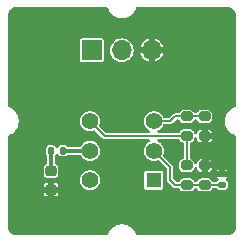
<source format=gbr>
%TF.GenerationSoftware,KiCad,Pcbnew,6.0.7+dfsg-1~bpo11+1*%
%TF.CreationDate,2022-09-24T09:45:49+00:00*%
%TF.ProjectId,0101-PUSH,30313031-2d50-4555-9348-2e6b69636164,V1.1*%
%TF.SameCoordinates,Original*%
%TF.FileFunction,Copper,L1,Top*%
%TF.FilePolarity,Positive*%
%FSLAX46Y46*%
G04 Gerber Fmt 4.6, Leading zero omitted, Abs format (unit mm)*
G04 Created by KiCad (PCBNEW 6.0.7+dfsg-1~bpo11+1) date 2022-09-24 09:45:49*
%MOMM*%
%LPD*%
G01*
G04 APERTURE LIST*
G04 Aperture macros list*
%AMRoundRect*
0 Rectangle with rounded corners*
0 $1 Rounding radius*
0 $2 $3 $4 $5 $6 $7 $8 $9 X,Y pos of 4 corners*
0 Add a 4 corners polygon primitive as box body*
4,1,4,$2,$3,$4,$5,$6,$7,$8,$9,$2,$3,0*
0 Add four circle primitives for the rounded corners*
1,1,$1+$1,$2,$3*
1,1,$1+$1,$4,$5*
1,1,$1+$1,$6,$7*
1,1,$1+$1,$8,$9*
0 Add four rect primitives between the rounded corners*
20,1,$1+$1,$2,$3,$4,$5,0*
20,1,$1+$1,$4,$5,$6,$7,0*
20,1,$1+$1,$6,$7,$8,$9,0*
20,1,$1+$1,$8,$9,$2,$3,0*%
G04 Aperture macros list end*
%TA.AperFunction,SMDPad,CuDef*%
%ADD10RoundRect,0.140000X0.170000X-0.140000X0.170000X0.140000X-0.170000X0.140000X-0.170000X-0.140000X0*%
%TD*%
%TA.AperFunction,SMDPad,CuDef*%
%ADD11RoundRect,0.218750X0.256250X-0.218750X0.256250X0.218750X-0.256250X0.218750X-0.256250X-0.218750X0*%
%TD*%
%TA.AperFunction,ComponentPad*%
%ADD12R,1.700000X1.700000*%
%TD*%
%TA.AperFunction,ComponentPad*%
%ADD13O,1.700000X1.700000*%
%TD*%
%TA.AperFunction,SMDPad,CuDef*%
%ADD14RoundRect,0.200000X-0.275000X0.200000X-0.275000X-0.200000X0.275000X-0.200000X0.275000X0.200000X0*%
%TD*%
%TA.AperFunction,SMDPad,CuDef*%
%ADD15RoundRect,0.200000X0.275000X-0.200000X0.275000X0.200000X-0.275000X0.200000X-0.275000X-0.200000X0*%
%TD*%
%TA.AperFunction,SMDPad,CuDef*%
%ADD16RoundRect,0.135000X-0.135000X-0.185000X0.135000X-0.185000X0.135000X0.185000X-0.135000X0.185000X0*%
%TD*%
%TA.AperFunction,ComponentPad*%
%ADD17R,1.300000X1.300000*%
%TD*%
%TA.AperFunction,ComponentPad*%
%ADD18C,1.400000*%
%TD*%
%TA.AperFunction,ViaPad*%
%ADD19C,0.500000*%
%TD*%
%TA.AperFunction,Conductor*%
%ADD20C,0.200000*%
%TD*%
%TA.AperFunction,Conductor*%
%ADD21C,0.350000*%
%TD*%
G04 APERTURE END LIST*
D10*
%TO.P,C1,1*%
%TO.N,/KEY*%
X18300000Y4400000D03*
%TO.P,C1,2*%
%TO.N,GND*%
X18300000Y5360000D03*
%TD*%
D11*
%TO.P,D1,1,K*%
%TO.N,GND*%
X3800000Y4012500D03*
%TO.P,D1,2,A*%
%TO.N,Net-(D1-Pad2)*%
X3800000Y5587500D03*
%TD*%
D12*
%TO.P,J1,1,Pin_1*%
%TO.N,VCC*%
X7260000Y15800000D03*
D13*
%TO.P,J1,2,Pin_2*%
%TO.N,/KEY*%
X9800000Y15800000D03*
%TO.P,J1,3,Pin_3*%
%TO.N,GND*%
X12340000Y15800000D03*
%TD*%
D14*
%TO.P,R1,1*%
%TO.N,VCC*%
X15300000Y6050000D03*
%TO.P,R1,2*%
%TO.N,/KEY*%
X15300000Y4400000D03*
%TD*%
D15*
%TO.P,R2,1*%
%TO.N,/KEY*%
X16800000Y4400000D03*
%TO.P,R2,2*%
%TO.N,GND*%
X16800000Y6050000D03*
%TD*%
%TO.P,R3,1*%
%TO.N,VCC*%
X15300000Y8550000D03*
%TO.P,R3,2*%
%TO.N,Net-(R3-Pad2)*%
X15300000Y10200000D03*
%TD*%
D14*
%TO.P,R4,1*%
%TO.N,Net-(R3-Pad2)*%
X16800000Y10200000D03*
%TO.P,R4,2*%
%TO.N,GND*%
X16800000Y8550000D03*
%TD*%
D16*
%TO.P,R5,1*%
%TO.N,Net-(D1-Pad2)*%
X3800000Y7300000D03*
%TO.P,R5,2*%
%TO.N,Net-(R5-Pad2)*%
X4820000Y7300000D03*
%TD*%
D17*
%TO.P,SW1,1,A*%
%TO.N,unconnected-(SW1-Pad1)*%
X12500000Y4800000D03*
D18*
%TO.P,SW1,2,B*%
%TO.N,/KEY*%
X12500000Y7300000D03*
%TO.P,SW1,3,C*%
%TO.N,Net-(R3-Pad2)*%
X12500000Y9800000D03*
%TO.P,SW1,4,A*%
%TO.N,unconnected-(SW1-Pad4)*%
X7100000Y4800000D03*
%TO.P,SW1,5,B*%
%TO.N,Net-(R5-Pad2)*%
X7100000Y7300000D03*
%TO.P,SW1,6,C*%
%TO.N,VCC*%
X7100000Y9800000D03*
%TD*%
D19*
%TO.N,GND*%
X18300000Y6300000D03*
X14400000Y9400000D03*
X17800000Y16800000D03*
X14400000Y7300000D03*
X8800000Y9800000D03*
X10300000Y7300000D03*
X18300000Y8300000D03*
X8800000Y10800000D03*
X1800000Y14300000D03*
X10800000Y10800000D03*
X11800000Y18300000D03*
X16800000Y1800000D03*
X2800000Y15300000D03*
X18300000Y7300000D03*
X17800000Y17800000D03*
X6800000Y18300000D03*
X2800000Y14300000D03*
X9300000Y7300000D03*
X3300000Y2800000D03*
X16800000Y17800000D03*
X4300000Y2800000D03*
X7800000Y18300000D03*
X17800000Y1800000D03*
X16800000Y16800000D03*
X1800000Y15300000D03*
X12800000Y18300000D03*
%TD*%
D20*
%TO.N,/KEY*%
X13900000Y5900000D02*
X12500000Y7300000D01*
X14300000Y4400000D02*
X13900000Y4800000D01*
X13900000Y4800000D02*
X13900000Y5900000D01*
X18300000Y4400000D02*
X14300000Y4400000D01*
D21*
%TO.N,Net-(D1-Pad2)*%
X3800000Y7300000D02*
X3800000Y5587500D01*
%TO.N,VCC*%
X7100000Y15140000D02*
X7260000Y15300000D01*
D20*
X8350000Y8550000D02*
X7100000Y9800000D01*
X15300000Y8550000D02*
X8350000Y8550000D01*
X15300000Y6050000D02*
X15300000Y8550000D01*
%TO.N,Net-(R3-Pad2)*%
X14300000Y10200000D02*
X13900000Y9800000D01*
X13900000Y9800000D02*
X12500000Y9800000D01*
X16800000Y10200000D02*
X14300000Y10200000D01*
D21*
%TO.N,Net-(R5-Pad2)*%
X4820000Y7300000D02*
X7100000Y7300000D01*
%TD*%
%TA.AperFunction,Conductor*%
%TO.N,GND*%
G36*
X8553332Y19429498D02*
G01*
X8599825Y19375842D01*
X8601115Y19372667D01*
X8601476Y19371320D01*
X8687324Y19181795D01*
X8690190Y19177505D01*
X8746090Y19093828D01*
X8802901Y19008786D01*
X8945119Y18856918D01*
X9110178Y18730247D01*
X9293668Y18632159D01*
X9298545Y18630503D01*
X9298548Y18630502D01*
X9485802Y18566931D01*
X9490686Y18565273D01*
X9695969Y18531377D01*
X9904031Y18531377D01*
X10109314Y18565273D01*
X10114198Y18566931D01*
X10301452Y18630502D01*
X10301455Y18630503D01*
X10306332Y18632159D01*
X10489822Y18730247D01*
X10654881Y18856918D01*
X10797099Y19008786D01*
X10853911Y19093828D01*
X10909810Y19177505D01*
X10912676Y19181795D01*
X10963341Y19293646D01*
X10998524Y19371320D01*
X10999686Y19370793D01*
X11037922Y19423337D01*
X11104100Y19449046D01*
X11114789Y19449500D01*
X18763598Y19449500D01*
X18771315Y19448484D01*
X18783978Y19448484D01*
X18800000Y19444191D01*
X18813583Y19447830D01*
X18816043Y19447692D01*
X18930420Y19434805D01*
X18957928Y19428526D01*
X19068407Y19389868D01*
X19093820Y19377631D01*
X19192943Y19315349D01*
X19214998Y19297759D01*
X19297759Y19214998D01*
X19315349Y19192943D01*
X19377631Y19093820D01*
X19389868Y19068407D01*
X19428526Y18957928D01*
X19434805Y18930420D01*
X19447692Y18816043D01*
X19447830Y18813583D01*
X19444191Y18800000D01*
X19448484Y18783978D01*
X19448484Y18771315D01*
X19449500Y18763598D01*
X19449501Y14903449D01*
X19449501Y11114788D01*
X19429499Y11046667D01*
X19375843Y11000174D01*
X19372663Y10998882D01*
X19371322Y10998523D01*
X19181796Y10912676D01*
X19177506Y10909810D01*
X19013075Y10799964D01*
X19013071Y10799961D01*
X19008787Y10797099D01*
X18856919Y10654881D01*
X18730248Y10489822D01*
X18632160Y10306332D01*
X18630504Y10301455D01*
X18630503Y10301452D01*
X18576219Y10141554D01*
X18565274Y10109314D01*
X18531378Y9904031D01*
X18531378Y9695969D01*
X18565274Y9490686D01*
X18566932Y9485803D01*
X18566932Y9485802D01*
X18607161Y9367306D01*
X18632160Y9293668D01*
X18730248Y9110178D01*
X18856919Y8945119D01*
X19008787Y8802901D01*
X19013071Y8800039D01*
X19013075Y8800036D01*
X19124135Y8725844D01*
X19181796Y8687324D01*
X19186495Y8685196D01*
X19186496Y8685195D01*
X19371322Y8601477D01*
X19370794Y8600312D01*
X19423333Y8562085D01*
X19449046Y8495908D01*
X19449501Y8485212D01*
X19449500Y4660406D01*
X19449500Y836402D01*
X19448484Y828685D01*
X19448484Y816022D01*
X19444191Y800000D01*
X19447830Y786417D01*
X19447692Y783957D01*
X19434805Y669580D01*
X19428526Y642072D01*
X19389868Y531593D01*
X19377631Y506180D01*
X19315349Y407057D01*
X19297759Y385002D01*
X19214998Y302241D01*
X19192943Y284651D01*
X19093820Y222369D01*
X19068407Y210132D01*
X18957928Y171474D01*
X18930420Y165195D01*
X18816043Y152308D01*
X18813583Y152170D01*
X18800000Y155809D01*
X18783978Y151516D01*
X18771315Y151516D01*
X18763598Y150500D01*
X11114789Y150500D01*
X11046668Y170502D01*
X11000175Y224158D01*
X10998885Y227333D01*
X10998524Y228680D01*
X10912676Y418205D01*
X10888477Y454429D01*
X10799964Y586926D01*
X10799961Y586930D01*
X10797099Y591214D01*
X10654881Y743082D01*
X10489822Y869753D01*
X10306332Y967841D01*
X10301455Y969497D01*
X10301452Y969498D01*
X10114198Y1033069D01*
X10114197Y1033069D01*
X10109314Y1034727D01*
X9904031Y1068623D01*
X9695969Y1068623D01*
X9490686Y1034727D01*
X9485803Y1033069D01*
X9485802Y1033069D01*
X9298548Y969498D01*
X9298545Y969497D01*
X9293668Y967841D01*
X9110178Y869753D01*
X8945119Y743082D01*
X8802901Y591214D01*
X8800039Y586930D01*
X8800036Y586926D01*
X8711523Y454429D01*
X8687324Y418205D01*
X8685195Y413505D01*
X8685194Y413503D01*
X8634796Y302241D01*
X8601476Y228680D01*
X8600314Y229207D01*
X8562078Y176663D01*
X8495900Y150954D01*
X8485211Y150500D01*
X836402Y150500D01*
X828685Y151516D01*
X816022Y151516D01*
X800000Y155809D01*
X786417Y152170D01*
X783957Y152308D01*
X669580Y165195D01*
X642072Y171474D01*
X531593Y210132D01*
X506180Y222369D01*
X407057Y284651D01*
X385002Y302241D01*
X302241Y385002D01*
X284651Y407057D01*
X222369Y506180D01*
X210132Y531593D01*
X171474Y642072D01*
X165195Y669580D01*
X152308Y783957D01*
X152170Y786417D01*
X155809Y800000D01*
X151516Y816022D01*
X151516Y828685D01*
X150500Y836402D01*
X150500Y3740473D01*
X3177698Y3740473D01*
X3184243Y3696006D01*
X3189984Y3677532D01*
X3235182Y3585475D01*
X3247147Y3568763D01*
X3319282Y3496754D01*
X3336011Y3484820D01*
X3428162Y3439776D01*
X3446623Y3434070D01*
X3504271Y3425660D01*
X3513371Y3425000D01*
X3527885Y3425000D01*
X3543124Y3429475D01*
X3544329Y3430865D01*
X3546000Y3438548D01*
X3546000Y3443115D01*
X4054000Y3443115D01*
X4058475Y3427876D01*
X4059865Y3426671D01*
X4067548Y3425000D01*
X4086596Y3425000D01*
X4095756Y3425670D01*
X4153994Y3434243D01*
X4172468Y3439984D01*
X4264525Y3485182D01*
X4281237Y3497147D01*
X4353246Y3569282D01*
X4365180Y3586011D01*
X4410223Y3678160D01*
X4415930Y3696624D01*
X4422342Y3740575D01*
X4420370Y3754493D01*
X4406776Y3758500D01*
X4072115Y3758500D01*
X4056876Y3754025D01*
X4055671Y3752635D01*
X4054000Y3744952D01*
X4054000Y3443115D01*
X3546000Y3443115D01*
X3546000Y3740385D01*
X3541525Y3755624D01*
X3540135Y3756829D01*
X3532452Y3758500D01*
X3193159Y3758500D01*
X3179697Y3754547D01*
X3177698Y3740473D01*
X150500Y3740473D01*
X150500Y4284425D01*
X3177658Y4284425D01*
X3179630Y4270507D01*
X3193224Y4266500D01*
X3527885Y4266500D01*
X3543124Y4270975D01*
X3544329Y4272365D01*
X3546000Y4280048D01*
X3546000Y4284615D01*
X4054000Y4284615D01*
X4058475Y4269376D01*
X4059865Y4268171D01*
X4067548Y4266500D01*
X4406841Y4266500D01*
X4420303Y4270453D01*
X4422302Y4284527D01*
X4415757Y4328994D01*
X4410016Y4347468D01*
X4364818Y4439525D01*
X4352853Y4456237D01*
X4280718Y4528246D01*
X4263989Y4540180D01*
X4171838Y4585224D01*
X4153377Y4590930D01*
X4095729Y4599340D01*
X4086629Y4600000D01*
X4072115Y4600000D01*
X4056876Y4595525D01*
X4055671Y4594135D01*
X4054000Y4586452D01*
X4054000Y4284615D01*
X3546000Y4284615D01*
X3546000Y4581885D01*
X3541525Y4597124D01*
X3540135Y4598329D01*
X3532452Y4600000D01*
X3513404Y4600000D01*
X3504244Y4599330D01*
X3446006Y4590757D01*
X3427532Y4585016D01*
X3335475Y4539818D01*
X3318763Y4527853D01*
X3246754Y4455718D01*
X3234820Y4438989D01*
X3189777Y4346840D01*
X3184070Y4328376D01*
X3177658Y4284425D01*
X150500Y4284425D01*
X150500Y4800000D01*
X6244815Y4800000D01*
X6245505Y4793435D01*
X6255104Y4702112D01*
X6263503Y4622197D01*
X6265543Y4615920D01*
X6265543Y4615918D01*
X6276601Y4581885D01*
X6318750Y4452165D01*
X6408141Y4297335D01*
X6412559Y4292428D01*
X6412560Y4292427D01*
X6521959Y4170928D01*
X6527770Y4164474D01*
X6533109Y4160595D01*
X6645644Y4078833D01*
X6672407Y4059388D01*
X6678435Y4056704D01*
X6678437Y4056703D01*
X6821192Y3993145D01*
X6835733Y3986671D01*
X6914437Y3969942D01*
X7004152Y3950872D01*
X7004156Y3950872D01*
X7010609Y3949500D01*
X7189391Y3949500D01*
X7195844Y3950872D01*
X7195848Y3950872D01*
X7285563Y3969942D01*
X7364267Y3986671D01*
X7378808Y3993145D01*
X7521563Y4056703D01*
X7521565Y4056704D01*
X7527593Y4059388D01*
X7554357Y4078833D01*
X7631911Y4135180D01*
X11699500Y4135180D01*
X11708233Y4091278D01*
X11715127Y4080960D01*
X11715128Y4080958D01*
X11716416Y4079031D01*
X11741496Y4041496D01*
X11751815Y4034601D01*
X11780958Y4015128D01*
X11780960Y4015127D01*
X11791278Y4008233D01*
X11835180Y3999500D01*
X13164820Y3999500D01*
X13208722Y4008233D01*
X13219040Y4015127D01*
X13219042Y4015128D01*
X13248185Y4034601D01*
X13258504Y4041496D01*
X13283584Y4079031D01*
X13284872Y4080958D01*
X13284873Y4080960D01*
X13291767Y4091278D01*
X13300500Y4135180D01*
X13300500Y5464820D01*
X13291767Y5508722D01*
X13284873Y5519040D01*
X13284872Y5519042D01*
X13265399Y5548185D01*
X13258504Y5558504D01*
X13243637Y5568438D01*
X13219042Y5584872D01*
X13219040Y5584873D01*
X13208722Y5591767D01*
X13164820Y5600500D01*
X11835180Y5600500D01*
X11791278Y5591767D01*
X11780960Y5584873D01*
X11780958Y5584872D01*
X11756363Y5568438D01*
X11741496Y5558504D01*
X11734601Y5548185D01*
X11715128Y5519042D01*
X11715127Y5519040D01*
X11708233Y5508722D01*
X11699500Y5464820D01*
X11699500Y4135180D01*
X7631911Y4135180D01*
X7666891Y4160595D01*
X7672230Y4164474D01*
X7678042Y4170928D01*
X7787440Y4292427D01*
X7787441Y4292428D01*
X7791859Y4297335D01*
X7881250Y4452165D01*
X7923399Y4581885D01*
X7934457Y4615918D01*
X7934457Y4615920D01*
X7936497Y4622197D01*
X7944897Y4702112D01*
X7954495Y4793435D01*
X7955185Y4800000D01*
X7940886Y4936042D01*
X7937187Y4971239D01*
X7937187Y4971240D01*
X7936497Y4977803D01*
X7926440Y5008757D01*
X7883292Y5141550D01*
X7881250Y5147835D01*
X7791859Y5302665D01*
X7672230Y5435526D01*
X7571516Y5508700D01*
X7532935Y5536731D01*
X7532933Y5536732D01*
X7527593Y5540612D01*
X7521565Y5543296D01*
X7521563Y5543297D01*
X7370298Y5610644D01*
X7370297Y5610644D01*
X7364267Y5613329D01*
X7258606Y5635788D01*
X7195848Y5649128D01*
X7195844Y5649128D01*
X7189391Y5650500D01*
X7010609Y5650500D01*
X7004156Y5649128D01*
X7004152Y5649128D01*
X6941394Y5635788D01*
X6835733Y5613329D01*
X6829703Y5610644D01*
X6829702Y5610644D01*
X6678438Y5543297D01*
X6678436Y5543296D01*
X6672408Y5540612D01*
X6667067Y5536732D01*
X6667066Y5536731D01*
X6615822Y5499500D01*
X6527770Y5435526D01*
X6408141Y5302665D01*
X6318750Y5147835D01*
X6316708Y5141550D01*
X6273561Y5008757D01*
X6263503Y4977803D01*
X6262813Y4971240D01*
X6262813Y4971239D01*
X6259114Y4936042D01*
X6244815Y4800000D01*
X150500Y4800000D01*
X150500Y5841251D01*
X3174500Y5841251D01*
X3174501Y5333750D01*
X3175172Y5329192D01*
X3183667Y5271478D01*
X3185183Y5261175D01*
X3239361Y5150829D01*
X3246727Y5143476D01*
X3246729Y5143473D01*
X3318991Y5071337D01*
X3326360Y5063981D01*
X3365009Y5045089D01*
X3427591Y5014498D01*
X3436801Y5009996D01*
X3446476Y5008585D01*
X3446478Y5008584D01*
X3504222Y5000160D01*
X3504228Y5000160D01*
X3508749Y4999500D01*
X3798889Y4999500D01*
X4091250Y4999501D01*
X4117710Y5003396D01*
X4154138Y5008757D01*
X4154139Y5008757D01*
X4163825Y5010183D01*
X4172613Y5014498D01*
X4172614Y5014498D01*
X4264826Y5059773D01*
X4274171Y5064361D01*
X4281524Y5071727D01*
X4281527Y5071729D01*
X4353663Y5143991D01*
X4353664Y5143992D01*
X4361019Y5151360D01*
X4415004Y5261801D01*
X4420131Y5296944D01*
X4424840Y5329222D01*
X4424840Y5329228D01*
X4425500Y5333749D01*
X4425499Y5841250D01*
X4418692Y5887496D01*
X4416243Y5904138D01*
X4416243Y5904139D01*
X4414817Y5913825D01*
X4360639Y6024171D01*
X4353273Y6031524D01*
X4353271Y6031527D01*
X4281009Y6103663D01*
X4281008Y6103664D01*
X4273640Y6111019D01*
X4264287Y6115591D01*
X4264284Y6115593D01*
X4196167Y6148889D01*
X4143750Y6196774D01*
X4125500Y6262089D01*
X4125500Y6849545D01*
X4145502Y6917666D01*
X4162325Y6938561D01*
X4166432Y6942675D01*
X4166433Y6942677D01*
X4174650Y6950908D01*
X4194763Y6996404D01*
X4240601Y7050619D01*
X4308474Y7071446D01*
X4376833Y7052272D01*
X4425154Y6996603D01*
X4445637Y6950490D01*
X4457517Y6938631D01*
X4512676Y6883567D01*
X4512678Y6883566D01*
X4520908Y6875350D01*
X4531548Y6870646D01*
X4609514Y6836177D01*
X4609517Y6836176D01*
X4618183Y6832345D01*
X4627594Y6831248D01*
X4627597Y6831247D01*
X4632862Y6830634D01*
X4642585Y6829500D01*
X4818487Y6829500D01*
X4997414Y6829501D01*
X5001111Y6829941D01*
X5001116Y6829941D01*
X5007257Y6830672D01*
X5022310Y6832462D01*
X5119510Y6875637D01*
X5181284Y6937518D01*
X5243565Y6971597D01*
X5270456Y6974500D01*
X6233109Y6974500D01*
X6301230Y6954498D01*
X6342228Y6911500D01*
X6408141Y6797335D01*
X6412559Y6792428D01*
X6412560Y6792427D01*
X6479749Y6717807D01*
X6527770Y6664474D01*
X6533109Y6660595D01*
X6625937Y6593151D01*
X6672407Y6559388D01*
X6678435Y6556704D01*
X6678437Y6556703D01*
X6758864Y6520895D01*
X6835733Y6486671D01*
X6923171Y6468085D01*
X7004152Y6450872D01*
X7004156Y6450872D01*
X7010609Y6449500D01*
X7189391Y6449500D01*
X7195844Y6450872D01*
X7195848Y6450872D01*
X7276829Y6468086D01*
X7364267Y6486671D01*
X7441136Y6520895D01*
X7521563Y6556703D01*
X7521565Y6556704D01*
X7527593Y6559388D01*
X7574064Y6593151D01*
X7666891Y6660595D01*
X7672230Y6664474D01*
X7720252Y6717807D01*
X7787440Y6792427D01*
X7787441Y6792428D01*
X7791859Y6797335D01*
X7852121Y6901712D01*
X7877946Y6946442D01*
X7877947Y6946443D01*
X7881250Y6952165D01*
X7915340Y7057084D01*
X7934457Y7115918D01*
X7934457Y7115920D01*
X7936497Y7122197D01*
X7955185Y7300000D01*
X7936497Y7477803D01*
X7881250Y7647835D01*
X7791859Y7802665D01*
X7720310Y7882128D01*
X7676645Y7930623D01*
X7676643Y7930624D01*
X7672230Y7935526D01*
X7574120Y8006808D01*
X7532935Y8036731D01*
X7532933Y8036732D01*
X7527593Y8040612D01*
X7521565Y8043296D01*
X7521563Y8043297D01*
X7370298Y8110644D01*
X7370297Y8110644D01*
X7364267Y8113329D01*
X7258606Y8135788D01*
X7195848Y8149128D01*
X7195844Y8149128D01*
X7189391Y8150500D01*
X7010609Y8150500D01*
X7004156Y8149128D01*
X7004152Y8149128D01*
X6941394Y8135788D01*
X6835733Y8113329D01*
X6829703Y8110644D01*
X6829702Y8110644D01*
X6678438Y8043297D01*
X6678436Y8043296D01*
X6672408Y8040612D01*
X6667067Y8036732D01*
X6667066Y8036731D01*
X6615822Y7999500D01*
X6527770Y7935526D01*
X6523357Y7930624D01*
X6523355Y7930623D01*
X6479690Y7882128D01*
X6408141Y7802665D01*
X6404838Y7796944D01*
X6342228Y7688500D01*
X6290846Y7639507D01*
X6233109Y7625500D01*
X5270542Y7625500D01*
X5202421Y7645502D01*
X5181524Y7662327D01*
X5127324Y7716433D01*
X5127322Y7716434D01*
X5119092Y7724650D01*
X5108452Y7729354D01*
X5030486Y7763823D01*
X5030483Y7763824D01*
X5021817Y7767655D01*
X5012406Y7768752D01*
X5012403Y7768753D01*
X5007138Y7769366D01*
X4997415Y7770500D01*
X4821513Y7770500D01*
X4642586Y7770499D01*
X4638889Y7770059D01*
X4638884Y7770059D01*
X4632743Y7769328D01*
X4617690Y7767538D01*
X4520490Y7724363D01*
X4484689Y7688500D01*
X4453567Y7657324D01*
X4453566Y7657322D01*
X4445350Y7649092D01*
X4440647Y7638454D01*
X4425237Y7603597D01*
X4379399Y7549381D01*
X4311526Y7528554D01*
X4243167Y7547728D01*
X4194846Y7603397D01*
X4179086Y7638877D01*
X4174363Y7649510D01*
X4135305Y7688500D01*
X4107324Y7716433D01*
X4107322Y7716434D01*
X4099092Y7724650D01*
X4088452Y7729354D01*
X4010486Y7763823D01*
X4010483Y7763824D01*
X4001817Y7767655D01*
X3992406Y7768752D01*
X3992403Y7768753D01*
X3987138Y7769366D01*
X3977415Y7770500D01*
X3801513Y7770500D01*
X3622586Y7770499D01*
X3618889Y7770059D01*
X3618884Y7770059D01*
X3612743Y7769328D01*
X3597690Y7767538D01*
X3500490Y7724363D01*
X3464689Y7688500D01*
X3433567Y7657324D01*
X3433566Y7657322D01*
X3425350Y7649092D01*
X3420647Y7638454D01*
X3420646Y7638452D01*
X3386177Y7560486D01*
X3386176Y7560483D01*
X3382345Y7551817D01*
X3379500Y7527415D01*
X3379501Y7072586D01*
X3382462Y7047690D01*
X3425637Y6950490D01*
X3437517Y6938631D01*
X3471597Y6876349D01*
X3474500Y6849457D01*
X3474500Y6262138D01*
X3454498Y6194017D01*
X3404031Y6149035D01*
X3335176Y6115229D01*
X3335173Y6115227D01*
X3325829Y6110639D01*
X3318476Y6103273D01*
X3318473Y6103271D01*
X3302725Y6087495D01*
X3238981Y6023640D01*
X3184996Y5913199D01*
X3183585Y5903524D01*
X3183584Y5903522D01*
X3175165Y5845808D01*
X3174500Y5841251D01*
X150500Y5841251D01*
X150500Y8485211D01*
X170502Y8553332D01*
X224158Y8599825D01*
X227333Y8601115D01*
X228680Y8601476D01*
X418205Y8687324D01*
X475866Y8725844D01*
X586926Y8800036D01*
X586930Y8800039D01*
X591214Y8802901D01*
X743082Y8945119D01*
X869753Y9110178D01*
X967841Y9293668D01*
X992841Y9367306D01*
X1033069Y9485802D01*
X1033069Y9485803D01*
X1034727Y9490686D01*
X1068623Y9695969D01*
X1068623Y9800000D01*
X6244815Y9800000D01*
X6245505Y9793435D01*
X6260676Y9649098D01*
X6263503Y9622197D01*
X6265543Y9615920D01*
X6265543Y9615918D01*
X6292062Y9534302D01*
X6318750Y9452165D01*
X6322053Y9446443D01*
X6322054Y9446442D01*
X6348789Y9400136D01*
X6408141Y9297335D01*
X6527770Y9164474D01*
X6533109Y9160595D01*
X6608131Y9106088D01*
X6672407Y9059388D01*
X6678435Y9056704D01*
X6678437Y9056703D01*
X6758864Y9020895D01*
X6835733Y8986671D01*
X6923171Y8968086D01*
X7004152Y8950872D01*
X7004156Y8950872D01*
X7010609Y8949500D01*
X7189391Y8949500D01*
X7195844Y8950872D01*
X7195848Y8950872D01*
X7276829Y8968085D01*
X7364267Y8986671D01*
X7370294Y8989354D01*
X7370302Y8989357D01*
X7419948Y9011461D01*
X7490315Y9020895D01*
X7554612Y8990788D01*
X7560291Y8985449D01*
X8146642Y8399098D01*
X8162312Y8380005D01*
X8162505Y8379716D01*
X8162507Y8379714D01*
X8169399Y8369399D01*
X8222464Y8333943D01*
X8252259Y8314034D01*
X8350000Y8294592D01*
X8362171Y8297013D01*
X8362172Y8297013D01*
X8362504Y8297079D01*
X8387085Y8299500D01*
X12061096Y8299500D01*
X12129217Y8279498D01*
X12175710Y8225842D01*
X12185814Y8155568D01*
X12156320Y8090988D01*
X12112345Y8058393D01*
X12078438Y8043297D01*
X12078436Y8043296D01*
X12072408Y8040612D01*
X12067067Y8036732D01*
X12067066Y8036731D01*
X12015822Y7999500D01*
X11927770Y7935526D01*
X11923357Y7930624D01*
X11923355Y7930623D01*
X11879690Y7882128D01*
X11808141Y7802665D01*
X11718750Y7647835D01*
X11663503Y7477803D01*
X11644815Y7300000D01*
X11663503Y7122197D01*
X11665543Y7115920D01*
X11665543Y7115918D01*
X11684660Y7057084D01*
X11718750Y6952165D01*
X11722053Y6946443D01*
X11722054Y6946442D01*
X11747879Y6901712D01*
X11808141Y6797335D01*
X11812559Y6792428D01*
X11812560Y6792427D01*
X11879749Y6717807D01*
X11927770Y6664474D01*
X11933109Y6660595D01*
X12025937Y6593151D01*
X12072407Y6559388D01*
X12078435Y6556704D01*
X12078437Y6556703D01*
X12158864Y6520895D01*
X12235733Y6486671D01*
X12323171Y6468085D01*
X12404152Y6450872D01*
X12404156Y6450872D01*
X12410609Y6449500D01*
X12589391Y6449500D01*
X12595844Y6450872D01*
X12595848Y6450872D01*
X12676829Y6468086D01*
X12764267Y6486671D01*
X12770294Y6489354D01*
X12770302Y6489357D01*
X12819948Y6511461D01*
X12890315Y6520895D01*
X12954612Y6490788D01*
X12960291Y6485449D01*
X13612595Y5833145D01*
X13646621Y5770833D01*
X13649500Y5744050D01*
X13649500Y4837085D01*
X13647079Y4812504D01*
X13644592Y4800000D01*
X13647013Y4787829D01*
X13661379Y4715609D01*
X13664034Y4702259D01*
X13683943Y4672464D01*
X13719399Y4619399D01*
X13729714Y4612507D01*
X13729716Y4612505D01*
X13730005Y4612312D01*
X13749098Y4596642D01*
X14096642Y4249098D01*
X14112312Y4230005D01*
X14112505Y4229716D01*
X14112507Y4229714D01*
X14119399Y4219399D01*
X14202260Y4164034D01*
X14214431Y4161613D01*
X14275326Y4149500D01*
X14287828Y4147013D01*
X14287829Y4147013D01*
X14300000Y4144592D01*
X14312503Y4147079D01*
X14337085Y4149500D01*
X14580797Y4149500D01*
X14648918Y4129498D01*
X14693900Y4079031D01*
X14729849Y4005812D01*
X14736068Y3993145D01*
X14818650Y3910707D01*
X14923482Y3859464D01*
X14953973Y3855016D01*
X14987256Y3850160D01*
X14987260Y3850160D01*
X14991782Y3849500D01*
X15608218Y3849500D01*
X15612768Y3850170D01*
X15612771Y3850170D01*
X15667426Y3858216D01*
X15667427Y3858216D01*
X15677112Y3859642D01*
X15771804Y3906133D01*
X15772507Y3906478D01*
X15772509Y3906479D01*
X15781855Y3911068D01*
X15864293Y3993650D01*
X15905932Y4078834D01*
X15953816Y4131250D01*
X16019131Y4149500D01*
X16080797Y4149500D01*
X16148918Y4129498D01*
X16193900Y4079031D01*
X16229849Y4005812D01*
X16236068Y3993145D01*
X16318650Y3910707D01*
X16423482Y3859464D01*
X16453973Y3855016D01*
X16487256Y3850160D01*
X16487260Y3850160D01*
X16491782Y3849500D01*
X17108218Y3849500D01*
X17112768Y3850170D01*
X17112771Y3850170D01*
X17167426Y3858216D01*
X17167427Y3858216D01*
X17177112Y3859642D01*
X17271804Y3906133D01*
X17272507Y3906478D01*
X17272509Y3906479D01*
X17281855Y3911068D01*
X17364293Y3993650D01*
X17405932Y4078834D01*
X17453816Y4131250D01*
X17519131Y4149500D01*
X17783637Y4149500D01*
X17851758Y4129498D01*
X17883900Y4098336D01*
X17886444Y4092609D01*
X17894679Y4084388D01*
X17894680Y4084387D01*
X17900244Y4078833D01*
X17963034Y4016153D01*
X18062013Y3972395D01*
X18078283Y3970498D01*
X18083203Y3969924D01*
X18083208Y3969924D01*
X18086842Y3969500D01*
X18513158Y3969500D01*
X18521745Y3970522D01*
X18529097Y3971396D01*
X18529100Y3971397D01*
X18538489Y3972514D01*
X18547128Y3976351D01*
X18547131Y3976352D01*
X18626763Y4011723D01*
X18626764Y4011724D01*
X18637391Y4016444D01*
X18713847Y4093034D01*
X18757605Y4192013D01*
X18760500Y4216842D01*
X18760500Y4583158D01*
X18758896Y4596642D01*
X18758604Y4599097D01*
X18758603Y4599100D01*
X18757486Y4608489D01*
X18753649Y4617128D01*
X18753648Y4617131D01*
X18718277Y4696763D01*
X18718276Y4696764D01*
X18713556Y4707391D01*
X18675129Y4745750D01*
X18645202Y4775626D01*
X18645200Y4775627D01*
X18636966Y4783847D01*
X18637545Y4784427D01*
X18599230Y4831344D01*
X18591182Y4901883D01*
X18622547Y4965576D01*
X18643959Y4984161D01*
X18645323Y4985098D01*
X18705209Y5045089D01*
X18718131Y5063962D01*
X18729390Y5089430D01*
X18731228Y5103413D01*
X18727092Y5106000D01*
X17881392Y5106000D01*
X17867861Y5102027D01*
X17867172Y5097231D01*
X17882141Y5063529D01*
X17895097Y5044678D01*
X17955089Y4984792D01*
X17955861Y4984263D01*
X17956931Y4982953D01*
X17963322Y4976573D01*
X17962672Y4975922D01*
X18000768Y4929274D01*
X18008817Y4858735D01*
X17977452Y4795042D01*
X17965908Y4785021D01*
X17962609Y4783556D01*
X17924425Y4745305D01*
X17894373Y4715201D01*
X17894372Y4715199D01*
X17886153Y4706966D01*
X17884190Y4702526D01*
X17832610Y4660406D01*
X17783639Y4650500D01*
X17519203Y4650500D01*
X17451082Y4670502D01*
X17406100Y4720969D01*
X17368522Y4797507D01*
X17368521Y4797509D01*
X17363932Y4806855D01*
X17281350Y4889293D01*
X17176518Y4940536D01*
X17146027Y4944984D01*
X17112744Y4949840D01*
X17112740Y4949840D01*
X17108218Y4950500D01*
X16491782Y4950500D01*
X16487232Y4949830D01*
X16487229Y4949830D01*
X16432574Y4941784D01*
X16432573Y4941784D01*
X16422888Y4940358D01*
X16372992Y4915860D01*
X16327493Y4893522D01*
X16327491Y4893521D01*
X16318145Y4888932D01*
X16235707Y4806350D01*
X16231134Y4796994D01*
X16231133Y4796993D01*
X16194069Y4721167D01*
X16146184Y4668750D01*
X16080869Y4650500D01*
X16019203Y4650500D01*
X15951082Y4670502D01*
X15906100Y4720969D01*
X15868522Y4797507D01*
X15868521Y4797509D01*
X15863932Y4806855D01*
X15781350Y4889293D01*
X15676518Y4940536D01*
X15646027Y4944984D01*
X15612744Y4949840D01*
X15612740Y4949840D01*
X15608218Y4950500D01*
X14991782Y4950500D01*
X14987232Y4949830D01*
X14987229Y4949830D01*
X14932574Y4941784D01*
X14932573Y4941784D01*
X14922888Y4940358D01*
X14872992Y4915860D01*
X14827493Y4893522D01*
X14827491Y4893521D01*
X14818145Y4888932D01*
X14735707Y4806350D01*
X14731134Y4796994D01*
X14731133Y4796993D01*
X14694069Y4721167D01*
X14646184Y4668750D01*
X14580869Y4650500D01*
X14455950Y4650500D01*
X14387829Y4670502D01*
X14366855Y4687405D01*
X14187405Y4866855D01*
X14153379Y4929167D01*
X14150500Y4955950D01*
X14150500Y5862915D01*
X14152921Y5887496D01*
X14152987Y5887828D01*
X14152987Y5887829D01*
X14155408Y5900000D01*
X14135966Y5997741D01*
X14124550Y6014826D01*
X14116058Y6027535D01*
X14116057Y6027536D01*
X14087493Y6070286D01*
X14080601Y6080601D01*
X14070286Y6087493D01*
X14070284Y6087495D01*
X14069995Y6087688D01*
X14050902Y6103358D01*
X13316436Y6837824D01*
X13282410Y6900136D01*
X13285698Y6965855D01*
X13334457Y7115918D01*
X13334457Y7115920D01*
X13336497Y7122197D01*
X13355185Y7300000D01*
X13336497Y7477803D01*
X13281250Y7647835D01*
X13191859Y7802665D01*
X13120310Y7882128D01*
X13076645Y7930623D01*
X13076643Y7930624D01*
X13072230Y7935526D01*
X12974120Y8006808D01*
X12932935Y8036731D01*
X12932933Y8036732D01*
X12927593Y8040612D01*
X12921565Y8043296D01*
X12921563Y8043297D01*
X12887656Y8058393D01*
X12833560Y8104373D01*
X12812911Y8172300D01*
X12832263Y8240608D01*
X12885474Y8287610D01*
X12938905Y8299500D01*
X14580797Y8299500D01*
X14648918Y8279498D01*
X14693900Y8229031D01*
X14729969Y8155568D01*
X14736068Y8143145D01*
X14818650Y8060707D01*
X14923482Y8009464D01*
X14941407Y8006849D01*
X14941688Y8006808D01*
X15006208Y7977183D01*
X15044469Y7917378D01*
X15049500Y7882128D01*
X15049500Y6717807D01*
X15029498Y6649686D01*
X14975842Y6603193D01*
X14941854Y6593151D01*
X14932579Y6591785D01*
X14932577Y6591784D01*
X14922888Y6590358D01*
X14872992Y6565860D01*
X14827493Y6543522D01*
X14827491Y6543521D01*
X14818145Y6538932D01*
X14790722Y6511461D01*
X14764606Y6485299D01*
X14735707Y6456350D01*
X14684464Y6351518D01*
X14683052Y6341838D01*
X14677776Y6305671D01*
X14674500Y6283218D01*
X14674500Y5816782D01*
X14675170Y5812232D01*
X14675170Y5812229D01*
X14683194Y5757722D01*
X14684642Y5747888D01*
X14736068Y5643145D01*
X14743438Y5635788D01*
X14785111Y5594188D01*
X14818650Y5560707D01*
X14923482Y5509464D01*
X14948152Y5505865D01*
X14987256Y5500160D01*
X14987260Y5500160D01*
X14991782Y5499500D01*
X15608218Y5499500D01*
X15612768Y5500170D01*
X15612771Y5500170D01*
X15667426Y5508216D01*
X15667427Y5508216D01*
X15677112Y5509642D01*
X15745660Y5543297D01*
X15772507Y5556478D01*
X15772509Y5556479D01*
X15781855Y5561068D01*
X15834695Y5614000D01*
X15856935Y5636279D01*
X15856935Y5636280D01*
X15864293Y5643650D01*
X15870349Y5656038D01*
X15911240Y5739694D01*
X15915536Y5748482D01*
X15925500Y5816782D01*
X15927483Y5816493D01*
X15949442Y5875239D01*
X16006308Y5917746D01*
X16077127Y5922761D01*
X16139415Y5888691D01*
X16173396Y5826355D01*
X16174778Y5816791D01*
X16175001Y5816824D01*
X16183700Y5757722D01*
X16189443Y5739241D01*
X16231889Y5652787D01*
X16243849Y5636082D01*
X16311572Y5568477D01*
X16328300Y5556545D01*
X16414838Y5514245D01*
X16433306Y5508537D01*
X16487297Y5500660D01*
X16496396Y5500000D01*
X16527885Y5500000D01*
X16543124Y5504475D01*
X16544329Y5505865D01*
X16546000Y5513548D01*
X16546000Y5518116D01*
X17054000Y5518116D01*
X17058475Y5502877D01*
X17059865Y5501672D01*
X17067548Y5500001D01*
X17103568Y5500001D01*
X17112734Y5500672D01*
X17167278Y5508700D01*
X17185759Y5514443D01*
X17272213Y5556889D01*
X17288918Y5568849D01*
X17336573Y5616587D01*
X17868772Y5616587D01*
X17872908Y5614000D01*
X18027885Y5614000D01*
X18043124Y5618475D01*
X18044329Y5619865D01*
X18046000Y5627548D01*
X18046000Y5632115D01*
X18554000Y5632115D01*
X18558475Y5616876D01*
X18559865Y5615671D01*
X18567548Y5614000D01*
X18718608Y5614000D01*
X18732139Y5617973D01*
X18732828Y5622769D01*
X18717859Y5656471D01*
X18704903Y5675322D01*
X18644911Y5735209D01*
X18626038Y5748131D01*
X18570570Y5772653D01*
X18556587Y5774491D01*
X18554000Y5770355D01*
X18554000Y5632115D01*
X18046000Y5632115D01*
X18046000Y5761934D01*
X18042027Y5775465D01*
X18037232Y5776154D01*
X17973532Y5747860D01*
X17954677Y5734901D01*
X17894791Y5674911D01*
X17881869Y5656038D01*
X17870610Y5630570D01*
X17868772Y5616587D01*
X17336573Y5616587D01*
X17356523Y5636572D01*
X17368455Y5653300D01*
X17410755Y5739838D01*
X17416463Y5758305D01*
X17419347Y5778074D01*
X17417375Y5791993D01*
X17403781Y5796000D01*
X17072115Y5796000D01*
X17056876Y5791525D01*
X17055671Y5790135D01*
X17054000Y5782452D01*
X17054000Y5518116D01*
X16546000Y5518116D01*
X16546000Y6322115D01*
X17054000Y6322115D01*
X17058475Y6306876D01*
X17059865Y6305671D01*
X17067548Y6304000D01*
X17403819Y6304000D01*
X17417281Y6307953D01*
X17419281Y6322028D01*
X17416300Y6342278D01*
X17410557Y6360759D01*
X17368111Y6447213D01*
X17356151Y6463918D01*
X17288428Y6531523D01*
X17271700Y6543455D01*
X17185162Y6585755D01*
X17166694Y6591463D01*
X17112703Y6599340D01*
X17103604Y6600000D01*
X17072115Y6600000D01*
X17056876Y6595525D01*
X17055671Y6594135D01*
X17054000Y6586452D01*
X17054000Y6322115D01*
X16546000Y6322115D01*
X16546000Y6581884D01*
X16541525Y6597123D01*
X16540135Y6598328D01*
X16532452Y6599999D01*
X16496432Y6599999D01*
X16487266Y6599328D01*
X16432722Y6591300D01*
X16414241Y6585557D01*
X16327787Y6543111D01*
X16311082Y6531151D01*
X16243477Y6463428D01*
X16231545Y6446700D01*
X16189245Y6360162D01*
X16183537Y6341694D01*
X16175000Y6283177D01*
X16173018Y6283466D01*
X16151015Y6224709D01*
X16094124Y6182237D01*
X16023302Y6177265D01*
X15961034Y6211371D01*
X15927091Y6273728D01*
X15925721Y6283250D01*
X15925500Y6283218D01*
X15916784Y6342426D01*
X15916784Y6342427D01*
X15915358Y6352112D01*
X15863932Y6456855D01*
X15781350Y6539293D01*
X15676518Y6590536D01*
X15658312Y6593192D01*
X15593792Y6622817D01*
X15555531Y6682622D01*
X15550500Y6717872D01*
X15550500Y7882193D01*
X15570502Y7950314D01*
X15624158Y7996807D01*
X15658146Y8006849D01*
X15667421Y8008215D01*
X15667423Y8008216D01*
X15677112Y8009642D01*
X15771804Y8056133D01*
X15772507Y8056478D01*
X15772509Y8056479D01*
X15781855Y8061068D01*
X15834025Y8113329D01*
X15856935Y8136279D01*
X15856935Y8136280D01*
X15864293Y8143650D01*
X15878298Y8172300D01*
X15911240Y8239694D01*
X15915536Y8248482D01*
X15925500Y8316782D01*
X15927483Y8316493D01*
X15949442Y8375239D01*
X16006308Y8417746D01*
X16077127Y8422761D01*
X16139415Y8388691D01*
X16173396Y8326355D01*
X16174778Y8316791D01*
X16175001Y8316824D01*
X16183700Y8257722D01*
X16189443Y8239241D01*
X16231889Y8152787D01*
X16243849Y8136082D01*
X16311572Y8068477D01*
X16328300Y8056545D01*
X16414838Y8014245D01*
X16433306Y8008537D01*
X16487297Y8000660D01*
X16496396Y8000000D01*
X16527885Y8000000D01*
X16543124Y8004475D01*
X16544329Y8005865D01*
X16546000Y8013548D01*
X16546000Y8018116D01*
X17054000Y8018116D01*
X17058475Y8002877D01*
X17059865Y8001672D01*
X17067548Y8000001D01*
X17103568Y8000001D01*
X17112734Y8000672D01*
X17167278Y8008700D01*
X17185759Y8014443D01*
X17272213Y8056889D01*
X17288918Y8068849D01*
X17356523Y8136572D01*
X17368455Y8153300D01*
X17410755Y8239838D01*
X17416463Y8258305D01*
X17419347Y8278074D01*
X17417375Y8291993D01*
X17403781Y8296000D01*
X17072115Y8296000D01*
X17056876Y8291525D01*
X17055671Y8290135D01*
X17054000Y8282452D01*
X17054000Y8018116D01*
X16546000Y8018116D01*
X16546000Y8822115D01*
X17054000Y8822115D01*
X17058475Y8806876D01*
X17059865Y8805671D01*
X17067548Y8804000D01*
X17403819Y8804000D01*
X17417281Y8807953D01*
X17419281Y8822028D01*
X17416300Y8842278D01*
X17410557Y8860759D01*
X17368111Y8947213D01*
X17356151Y8963918D01*
X17288428Y9031523D01*
X17271700Y9043455D01*
X17185162Y9085755D01*
X17166694Y9091463D01*
X17112703Y9099340D01*
X17103604Y9100000D01*
X17072115Y9100000D01*
X17056876Y9095525D01*
X17055671Y9094135D01*
X17054000Y9086452D01*
X17054000Y8822115D01*
X16546000Y8822115D01*
X16546000Y9081884D01*
X16541525Y9097123D01*
X16540135Y9098328D01*
X16532452Y9099999D01*
X16496432Y9099999D01*
X16487266Y9099328D01*
X16432722Y9091300D01*
X16414241Y9085557D01*
X16327787Y9043111D01*
X16311082Y9031151D01*
X16243477Y8963428D01*
X16231545Y8946700D01*
X16189245Y8860162D01*
X16183537Y8841694D01*
X16175000Y8783177D01*
X16173018Y8783466D01*
X16151015Y8724709D01*
X16094124Y8682237D01*
X16023302Y8677265D01*
X15961034Y8711371D01*
X15927091Y8773728D01*
X15925721Y8783250D01*
X15925500Y8783218D01*
X15916784Y8842426D01*
X15916784Y8842427D01*
X15915358Y8852112D01*
X15890860Y8902008D01*
X15868522Y8947507D01*
X15868521Y8947509D01*
X15863932Y8956855D01*
X15781350Y9039293D01*
X15676518Y9090536D01*
X15642320Y9095525D01*
X15612744Y9099840D01*
X15612740Y9099840D01*
X15608218Y9100500D01*
X14991782Y9100500D01*
X14987232Y9099830D01*
X14987229Y9099830D01*
X14932574Y9091784D01*
X14932573Y9091784D01*
X14922888Y9090358D01*
X14872992Y9065860D01*
X14827493Y9043522D01*
X14827491Y9043521D01*
X14818145Y9038932D01*
X14790722Y9011461D01*
X14754869Y8975545D01*
X14735707Y8956350D01*
X14731134Y8946994D01*
X14731133Y8946993D01*
X14694069Y8871167D01*
X14646184Y8818750D01*
X14580869Y8800500D01*
X12938905Y8800500D01*
X12870784Y8820502D01*
X12824291Y8874158D01*
X12814187Y8944432D01*
X12843681Y9009012D01*
X12887656Y9041607D01*
X12921563Y9056703D01*
X12921565Y9056704D01*
X12927593Y9059388D01*
X12991870Y9106088D01*
X13066891Y9160595D01*
X13072230Y9164474D01*
X13191859Y9297335D01*
X13251211Y9400136D01*
X13277946Y9446442D01*
X13277947Y9446443D01*
X13281250Y9452165D01*
X13284587Y9462436D01*
X13285962Y9464446D01*
X13285976Y9464478D01*
X13285982Y9464475D01*
X13324658Y9521040D01*
X13390054Y9548678D01*
X13404420Y9549500D01*
X13862915Y9549500D01*
X13887496Y9547079D01*
X13887828Y9547013D01*
X13887829Y9547013D01*
X13900000Y9544592D01*
X13912171Y9547013D01*
X13985570Y9561613D01*
X13997741Y9564034D01*
X14027536Y9583943D01*
X14080601Y9619399D01*
X14087493Y9629714D01*
X14087495Y9629716D01*
X14087688Y9630005D01*
X14103358Y9649098D01*
X14366855Y9912595D01*
X14429167Y9946621D01*
X14455950Y9949500D01*
X14580797Y9949500D01*
X14648918Y9929498D01*
X14693900Y9879031D01*
X14736068Y9793145D01*
X14818650Y9710707D01*
X14923482Y9659464D01*
X14953973Y9655016D01*
X14987256Y9650160D01*
X14987260Y9650160D01*
X14991782Y9649500D01*
X15608218Y9649500D01*
X15612768Y9650170D01*
X15612771Y9650170D01*
X15667426Y9658216D01*
X15667427Y9658216D01*
X15677112Y9659642D01*
X15771804Y9706133D01*
X15772507Y9706478D01*
X15772509Y9706479D01*
X15781855Y9711068D01*
X15864293Y9793650D01*
X15905932Y9878834D01*
X15953816Y9931250D01*
X16019131Y9949500D01*
X16080797Y9949500D01*
X16148918Y9929498D01*
X16193900Y9879031D01*
X16236068Y9793145D01*
X16318650Y9710707D01*
X16423482Y9659464D01*
X16453973Y9655016D01*
X16487256Y9650160D01*
X16487260Y9650160D01*
X16491782Y9649500D01*
X17108218Y9649500D01*
X17112768Y9650170D01*
X17112771Y9650170D01*
X17167426Y9658216D01*
X17167427Y9658216D01*
X17177112Y9659642D01*
X17271804Y9706133D01*
X17272507Y9706478D01*
X17272509Y9706479D01*
X17281855Y9711068D01*
X17364293Y9793650D01*
X17415536Y9898482D01*
X17425500Y9966782D01*
X17425500Y10433218D01*
X17422600Y10452921D01*
X17416784Y10492426D01*
X17416784Y10492427D01*
X17415358Y10502112D01*
X17363932Y10606855D01*
X17281350Y10689293D01*
X17176518Y10740536D01*
X17146027Y10744984D01*
X17112744Y10749840D01*
X17112740Y10749840D01*
X17108218Y10750500D01*
X16491782Y10750500D01*
X16487232Y10749830D01*
X16487229Y10749830D01*
X16432574Y10741784D01*
X16432573Y10741784D01*
X16422888Y10740358D01*
X16372992Y10715860D01*
X16327493Y10693522D01*
X16327491Y10693521D01*
X16318145Y10688932D01*
X16235707Y10606350D01*
X16201677Y10536731D01*
X16194069Y10521167D01*
X16146184Y10468750D01*
X16080869Y10450500D01*
X16019203Y10450500D01*
X15951082Y10470502D01*
X15906100Y10520969D01*
X15868522Y10597507D01*
X15868521Y10597509D01*
X15863932Y10606855D01*
X15781350Y10689293D01*
X15676518Y10740536D01*
X15646027Y10744984D01*
X15612744Y10749840D01*
X15612740Y10749840D01*
X15608218Y10750500D01*
X14991782Y10750500D01*
X14987232Y10749830D01*
X14987229Y10749830D01*
X14932574Y10741784D01*
X14932573Y10741784D01*
X14922888Y10740358D01*
X14872992Y10715860D01*
X14827493Y10693522D01*
X14827491Y10693521D01*
X14818145Y10688932D01*
X14735707Y10606350D01*
X14701677Y10536731D01*
X14694069Y10521167D01*
X14646184Y10468750D01*
X14580869Y10450500D01*
X14337085Y10450500D01*
X14312502Y10452921D01*
X14300000Y10455408D01*
X14287829Y10452987D01*
X14275327Y10450500D01*
X14275326Y10450500D01*
X14244315Y10444331D01*
X14214430Y10438387D01*
X14214429Y10438387D01*
X14202260Y10435966D01*
X14119399Y10380601D01*
X14112507Y10370286D01*
X14112505Y10370284D01*
X14112312Y10369995D01*
X14096642Y10350902D01*
X13833145Y10087405D01*
X13770833Y10053379D01*
X13744050Y10050500D01*
X13404420Y10050500D01*
X13336299Y10070502D01*
X13289806Y10124158D01*
X13284590Y10137557D01*
X13281250Y10147835D01*
X13191859Y10302665D01*
X13148426Y10350902D01*
X13076645Y10430623D01*
X13076643Y10430624D01*
X13072230Y10435526D01*
X12993915Y10492426D01*
X12932935Y10536731D01*
X12932933Y10536732D01*
X12927593Y10540612D01*
X12921565Y10543296D01*
X12921563Y10543297D01*
X12770298Y10610644D01*
X12770297Y10610644D01*
X12764267Y10613329D01*
X12676829Y10631914D01*
X12595848Y10649128D01*
X12595844Y10649128D01*
X12589391Y10650500D01*
X12410609Y10650500D01*
X12404156Y10649128D01*
X12404152Y10649128D01*
X12323171Y10631914D01*
X12235733Y10613329D01*
X12229703Y10610644D01*
X12229702Y10610644D01*
X12078438Y10543297D01*
X12078436Y10543296D01*
X12072408Y10540612D01*
X12067067Y10536732D01*
X12067066Y10536731D01*
X12031516Y10510902D01*
X11927770Y10435526D01*
X11923357Y10430624D01*
X11923355Y10430623D01*
X11851574Y10350902D01*
X11808141Y10302665D01*
X11718750Y10147835D01*
X11663503Y9977803D01*
X11662813Y9971240D01*
X11662813Y9971239D01*
X11654242Y9889694D01*
X11644815Y9800000D01*
X11645505Y9793435D01*
X11660676Y9649098D01*
X11663503Y9622197D01*
X11665543Y9615920D01*
X11665543Y9615918D01*
X11692062Y9534302D01*
X11718750Y9452165D01*
X11722053Y9446443D01*
X11722054Y9446442D01*
X11748789Y9400136D01*
X11808141Y9297335D01*
X11927770Y9164474D01*
X11933109Y9160595D01*
X12008131Y9106088D01*
X12072407Y9059388D01*
X12078435Y9056704D01*
X12078437Y9056703D01*
X12112344Y9041607D01*
X12166440Y8995627D01*
X12187089Y8927700D01*
X12167737Y8859392D01*
X12114526Y8812390D01*
X12061095Y8800500D01*
X8505950Y8800500D01*
X8437829Y8820502D01*
X8416855Y8837405D01*
X7916436Y9337824D01*
X7882410Y9400136D01*
X7885698Y9465855D01*
X7934457Y9615918D01*
X7934457Y9615920D01*
X7936497Y9622197D01*
X7939325Y9649098D01*
X7954495Y9793435D01*
X7955185Y9800000D01*
X7945758Y9889694D01*
X7937187Y9971239D01*
X7937187Y9971240D01*
X7936497Y9977803D01*
X7881250Y10147835D01*
X7791859Y10302665D01*
X7748426Y10350902D01*
X7676645Y10430623D01*
X7676643Y10430624D01*
X7672230Y10435526D01*
X7593915Y10492426D01*
X7532935Y10536731D01*
X7532933Y10536732D01*
X7527593Y10540612D01*
X7521565Y10543296D01*
X7521563Y10543297D01*
X7370298Y10610644D01*
X7370297Y10610644D01*
X7364267Y10613329D01*
X7276829Y10631914D01*
X7195848Y10649128D01*
X7195844Y10649128D01*
X7189391Y10650500D01*
X7010609Y10650500D01*
X7004156Y10649128D01*
X7004152Y10649128D01*
X6923171Y10631914D01*
X6835733Y10613329D01*
X6829703Y10610644D01*
X6829702Y10610644D01*
X6678438Y10543297D01*
X6678436Y10543296D01*
X6672408Y10540612D01*
X6667067Y10536732D01*
X6667066Y10536731D01*
X6631516Y10510902D01*
X6527770Y10435526D01*
X6523357Y10430624D01*
X6523355Y10430623D01*
X6451574Y10350902D01*
X6408141Y10302665D01*
X6318750Y10147835D01*
X6263503Y9977803D01*
X6262813Y9971240D01*
X6262813Y9971239D01*
X6254242Y9889694D01*
X6244815Y9800000D01*
X1068623Y9800000D01*
X1068623Y9904031D01*
X1034727Y10109314D01*
X1023782Y10141554D01*
X969498Y10301452D01*
X969497Y10301455D01*
X967841Y10306332D01*
X869753Y10489822D01*
X743082Y10654881D01*
X591214Y10797099D01*
X586930Y10799961D01*
X586926Y10799964D01*
X422495Y10909810D01*
X418205Y10912676D01*
X384660Y10927871D01*
X228680Y10998524D01*
X229207Y10999686D01*
X176663Y11037922D01*
X150954Y11104100D01*
X150500Y11114789D01*
X150500Y14935180D01*
X6259500Y14935180D01*
X6268233Y14891278D01*
X6275127Y14880960D01*
X6275128Y14880958D01*
X6288437Y14861040D01*
X6301496Y14841496D01*
X6311815Y14834601D01*
X6340958Y14815128D01*
X6340960Y14815127D01*
X6351278Y14808233D01*
X6395180Y14799500D01*
X8124820Y14799500D01*
X8168722Y14808233D01*
X8179040Y14815127D01*
X8179042Y14815128D01*
X8208185Y14834601D01*
X8218504Y14841496D01*
X8231563Y14861040D01*
X8244872Y14880958D01*
X8244873Y14880960D01*
X8251767Y14891278D01*
X8260500Y14935180D01*
X8260500Y15814037D01*
X8794757Y15814037D01*
X8811175Y15618517D01*
X8865258Y15429909D01*
X8868076Y15424426D01*
X8952123Y15260887D01*
X8952126Y15260883D01*
X8954944Y15255399D01*
X9076818Y15101631D01*
X9226238Y14974465D01*
X9231616Y14971459D01*
X9231618Y14971458D01*
X9267932Y14951163D01*
X9397513Y14878743D01*
X9584118Y14818111D01*
X9778946Y14794879D01*
X9785081Y14795351D01*
X9785083Y14795351D01*
X9968434Y14809459D01*
X9968438Y14809460D01*
X9974576Y14809932D01*
X10163556Y14862697D01*
X10338689Y14951163D01*
X10368515Y14974465D01*
X10488453Y15068171D01*
X10493303Y15071960D01*
X10523084Y15106461D01*
X10617485Y15215827D01*
X10617485Y15215828D01*
X10621509Y15220489D01*
X10718425Y15391091D01*
X10765973Y15534025D01*
X11375923Y15534025D01*
X11404025Y15436020D01*
X11408543Y15424608D01*
X11492546Y15261156D01*
X11499196Y15250838D01*
X11613350Y15106811D01*
X11621873Y15097985D01*
X11761833Y14978871D01*
X11771905Y14971870D01*
X11932334Y14882210D01*
X11943574Y14877299D01*
X12068769Y14836621D01*
X12082867Y14836218D01*
X12086000Y14842590D01*
X12086000Y14850742D01*
X12594000Y14850742D01*
X12597973Y14837211D01*
X12606188Y14836030D01*
X12697430Y14861505D01*
X12708881Y14865947D01*
X12872919Y14948807D01*
X12883276Y14955380D01*
X13028100Y15068530D01*
X13036986Y15076991D01*
X13157070Y15216110D01*
X13164144Y15226138D01*
X13254919Y15385932D01*
X13259913Y15397148D01*
X13303712Y15528811D01*
X13304213Y15542903D01*
X13298024Y15546000D01*
X12612115Y15546000D01*
X12596876Y15541525D01*
X12595671Y15540135D01*
X12594000Y15532452D01*
X12594000Y14850742D01*
X12086000Y14850742D01*
X12086000Y15527885D01*
X12081525Y15543124D01*
X12080135Y15544329D01*
X12072452Y15546000D01*
X11390604Y15546000D01*
X11377073Y15542027D01*
X11375923Y15534025D01*
X10765973Y15534025D01*
X10780358Y15577268D01*
X10804949Y15771929D01*
X10805341Y15800000D01*
X10786194Y15995272D01*
X10784413Y16001171D01*
X10784412Y16001176D01*
X10767507Y16057168D01*
X11376594Y16057168D01*
X11383153Y16054000D01*
X12067885Y16054000D01*
X12083124Y16058475D01*
X12084329Y16059865D01*
X12086000Y16067548D01*
X12086000Y16072115D01*
X12594000Y16072115D01*
X12598475Y16056876D01*
X12599865Y16055671D01*
X12607548Y16054000D01*
X13289826Y16054000D01*
X13303357Y16057973D01*
X13304449Y16065567D01*
X13270801Y16177015D01*
X13266126Y16188356D01*
X13179846Y16350627D01*
X13173059Y16360843D01*
X13056899Y16503269D01*
X13048255Y16511973D01*
X12906649Y16629120D01*
X12896478Y16635980D01*
X12734809Y16723394D01*
X12723504Y16728146D01*
X12611308Y16762876D01*
X12597205Y16763082D01*
X12594000Y16756327D01*
X12594000Y16072115D01*
X12086000Y16072115D01*
X12086000Y16749586D01*
X12082027Y16763117D01*
X12074232Y16764237D01*
X11969496Y16733411D01*
X11958119Y16728814D01*
X11795247Y16643667D01*
X11784986Y16636953D01*
X11641751Y16521789D01*
X11632992Y16513211D01*
X11514853Y16372419D01*
X11507927Y16362305D01*
X11419383Y16201243D01*
X11414555Y16189979D01*
X11376898Y16071269D01*
X11376594Y16057168D01*
X10767507Y16057168D01*
X10731265Y16177207D01*
X10729484Y16183106D01*
X10637370Y16356347D01*
X10513361Y16508398D01*
X10362180Y16633465D01*
X10189585Y16726787D01*
X10073000Y16762876D01*
X10008039Y16782985D01*
X10008036Y16782986D01*
X10002152Y16784807D01*
X9996027Y16785451D01*
X9996026Y16785451D01*
X9813147Y16804673D01*
X9813146Y16804673D01*
X9807019Y16805317D01*
X9684733Y16794188D01*
X9617759Y16788093D01*
X9617758Y16788093D01*
X9611618Y16787534D01*
X9605704Y16785793D01*
X9605702Y16785793D01*
X9528538Y16763082D01*
X9423393Y16732136D01*
X9417928Y16729279D01*
X9254972Y16644088D01*
X9254968Y16644085D01*
X9249512Y16641233D01*
X9244712Y16637373D01*
X9244711Y16637373D01*
X9234446Y16629120D01*
X9096600Y16518289D01*
X8970480Y16367984D01*
X8967516Y16362592D01*
X8967513Y16362588D01*
X8888813Y16219433D01*
X8875956Y16196046D01*
X8874095Y16190179D01*
X8874094Y16190177D01*
X8871851Y16183106D01*
X8816628Y16009022D01*
X8794757Y15814037D01*
X8260500Y15814037D01*
X8260500Y16664820D01*
X8251767Y16708722D01*
X8244873Y16719040D01*
X8244872Y16719042D01*
X8225399Y16748185D01*
X8218504Y16758504D01*
X8208185Y16765399D01*
X8179042Y16784872D01*
X8179040Y16784873D01*
X8168722Y16791767D01*
X8124820Y16800500D01*
X6395180Y16800500D01*
X6351278Y16791767D01*
X6340960Y16784873D01*
X6340958Y16784872D01*
X6311815Y16765399D01*
X6301496Y16758504D01*
X6294601Y16748185D01*
X6275128Y16719042D01*
X6275127Y16719040D01*
X6268233Y16708722D01*
X6259500Y16664820D01*
X6259500Y14935180D01*
X150500Y14935180D01*
X150500Y18763598D01*
X151516Y18771315D01*
X151516Y18783978D01*
X155809Y18800000D01*
X152170Y18813583D01*
X152308Y18816043D01*
X165195Y18930420D01*
X171474Y18957928D01*
X210132Y19068407D01*
X222369Y19093820D01*
X284651Y19192943D01*
X302241Y19214998D01*
X385002Y19297759D01*
X407057Y19315349D01*
X506180Y19377631D01*
X531593Y19389868D01*
X642072Y19428526D01*
X669580Y19434805D01*
X783957Y19447692D01*
X786417Y19447830D01*
X800000Y19444191D01*
X816022Y19448484D01*
X828685Y19448484D01*
X836402Y19449500D01*
X8485211Y19449500D01*
X8553332Y19429498D01*
G37*
%TD.AperFunction*%
%TD*%
M02*

</source>
